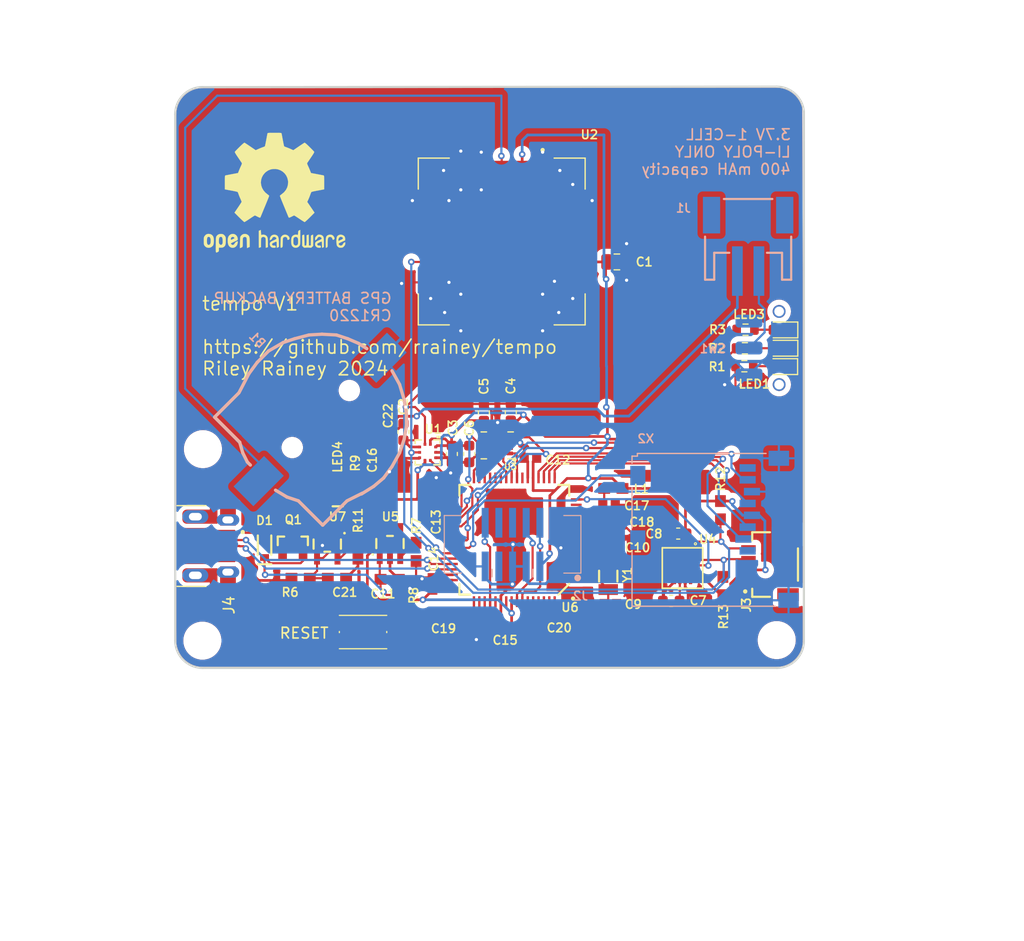
<source format=kicad_pcb>
(kicad_pcb (version 20240108) (generator "pcbnew") (generator_version "8.0")
  (layers (0 "F.Cu" signal) (31 "B.Cu" signal) (34 "B.Paste" user) (35 "F.Paste" user) (36 "B.SilkS" user "B.Silkscreen") (37 "F.SilkS" user "F.Silkscreen") (38 "B.Mask" user) (39 "F.Mask" user) (44 "Edge.Cuts" user))
  (property "DESIGNER" "Riley Rainey")
  (property "REV" "V1")
  (net 0 "")
  (net 1 "GND")
  (net 2 "3.3V")
  (net 3 "/XIN32")
  (net 4 "V_BATT")
  (net 5 "/SDA")
  (net 6 "/SCL")
  (net 7 "/D4")
  (net 8 "/D6")
  (net 9 "/XOUT32")
  (net 10 "/D10")
  (net 11 "/D11")
  (net 12 "/D12")
  (net 13 "/D13")
  (net 14 "/EN")
  (net 15 "/SCK")
  (net 16 "/A5")
  (net 17 "/A4")
  (net 18 "/A3")
  (net 19 "/A2")
  (net 20 "/A1")
  (net 21 "/A0")
  (net 22 "/~{RESET}")
  (net 23 "/VBACKUP")
  (net 33 "Net-(LED1-A)")
  (net 34 "Net-(LED2-A)")
  (net 35 "Net-(LED3-A)")
  (net 36 "Net-(U4-CAP)")
  (net 38 "Net-(SW1-B)")
  (net 46 "VIN")
  (net 47 "VDDA")
  (net 48 "VCC")
  (net 49 "V_USB")
  (net 50 "Net-(LED4-PadA)")
  (net 51 "Net-(U7-STAT)")
  (net 52 "/D5")
  (net 53 "/D9")
  (net 54 "/D+")
  (net 55 "/D-")
  (net 58 "/MOSI")
  (net 59 "/MISO")
  (net 60 "/D0")
  (net 61 "/D1")
  (net 62 "Net-(U7-PROG)")
  (net 63 "/FLASH_CS")
  (net 64 "/SWDIO")
  (net 65 "/SWDCLK")
  (net 71 "/FLASH_MOSI")
  (net 72 "/FLASH_SCK")
  (net 73 "/FLASH_MISO")
  (net 80 "/D7")
  (net 81 "/TXD")
  (net 82 "/RXD")
  (net 83 "/TXLED")
  (net 89 "/RXLED")
  (net 95 "unconnected-(X2-CARD_DETECT1-PadCD2)")
  (footprint "Capacitor_SMD:C_0603_1608Metric" (layer "F.Cu") (at 172.075 109.75 180)
    (property "Reference" "C7")
    (property "Value" "10uF" (hide yes))
  )
  (footprint "peakick:0603" (layer "F.Cu") (at 145.675 95.475 -90)
    (property "Reference" "C22")
    (property "Value" "4.7UF-0603-6.3V-(10%)")
  )
  (footprint "peakick:0603" (layer "F.Cu") (at 145.925 107.75)
    (property "Reference" "C11")
    (property "Value" "1.0UF-0603-16V-10%-X7R")
  )
  (footprint "Resistor_SMD:R_0603_1608Metric" (layer "F.Cu") (at 178.92 86.28)
    (property "Reference" "R2")
    (property "Value" "2.2K" (hide yes))
  )
  (footprint "peakick:SOT23-5" (layer "F.Cu") (at 145.95 104.425)
    (property "Reference" "U5")
    (property "Value" "SPX3819M5-L-3-3/TR")
  )
  (footprint "Resistor_SMD:R_0603_1608Metric" (layer "F.Cu") (at 178.87 87.94)
    (property "Reference" "R1")
    (property "Value" "2.2K")
  )
  (footprint "peakick:0402" (layer "F.Cu") (at 150.15 99.975 90)
    (property "Reference" "C13")
    (property "Value" "0.1UF-0402-16V-10%")
  )
  (footprint "peakick:JST04_1MM_RA" (layer "F.Cu") (at 179.25 106.375 90)
    (property "Reference" "J3")
    (property "Value" "QWIIC_CONNECTORJS-1MM")
  )
  (footprint "peakick:SOD-323" (layer "F.Cu") (at 134.3 104.575 90)
    (property "Reference" "D1")
    (property "Value" "1A/23V/620mV")
  )
  (footprint "peakick:0603" (layer "F.Cu") (at 166.7 99.3 180)
    (property "Reference" "L1")
    (property "Value" "220 Ω FERRITE")
  )
  (footprint "Capacitor_SMD:C_0805_2012Metric" (layer "F.Cu") (at 167.03 78.25)
    (property "Reference" "C1")
    (property "Value" "10uF")
  )
  (footprint "peakick:PQFN50P300X250X97-14N" (layer "F.Cu") (at 155.9125 95.3 180)
    (property "Reference" "U3")
    (property "Value" "ICM-42688-V" (hide yes))
  )
  (footprint "peakick:0603" (layer "F.Cu") (at 148.375 105.2 -90)
    (property "Reference" "R7")
    (property "Value" "10KOHM-0603-1/10W-1%")
  )
  (footprint "peakick:OSHW-Logo2_14.6x12mm_SilkScreen" (layer "F.Cu") (at 135.225 71.8)
    (property "Reference" "LOGO2" (hide yes))
    (property "Value" "OSHW-LOGOS" (hide yes))
  )
  (footprint "peakick:0603" (layer "F.Cu") (at 142.7 99.5 90)
    (property "Reference" "R9")
    (property "Value" "1K")
  )
  (footprint "peakick:STAND-OFF-TIGHT" (layer "F.Cu") (at 128.575 95.65)
    (property "Reference" "H1" (hide yes))
    (property "Value" "STAND-OFFTIGHT")
  )
  (footprint "peakick:0402" (layer "F.Cu") (at 166.425 110.025)
    (property "Reference" "C9")
    (property "Value" "15PF-0402-50V-5%")
  )
  (footprint "peakick:0603" (layer "F.Cu") (at 144.45 99.475 90)
    (property "Reference" "C16")
    (property "Value" "2.2UF-0603-10V-20%")
  )
  (footprint "peakick:0603" (layer "F.Cu") (at 176.875 108.375 -90)
    (property "Reference" "R13")
    (property "Value" "2.2KOHM-0603-1/10W-1%")
  )
  (footprint "peakick:CRYSTAL-SMD-3.2X1.5MM" (layer "F.Cu") (at 166.225 107.45 90)
    (property "Reference" "Y1")
    (property "Value" "32.768kHz")
  )
  (footprint "Capacitor_SMD:C_0603_1608Metric" (layer "F.Cu") (at 151.7 96.1 -90)
    (property "Reference" "C3")
    (property "Value" "100nF" (hide yes))
  )
  (footprint "Capacitor_SMD:C_0603_1608Metric" (layer "F.Cu") (at 153.3125 96.1 -90)
    (property "Reference" "C6")
    (property "Value" "2.2uF" (hide yes))
  )
  (footprint "Capacitor_SMD:C_0603_1608Metric" (layer "F.Cu") (at 172.725 103.5 180)
    (property "Reference" "C8")
    (property "Value" "10uF" (hide yes))
  )
  (footprint "peakick:0603" (layer "F.Cu") (at 142.975 104.975 90)
    (property "Reference" "R11")
    (property "Value" "2.0k")
  )
  (footprint "peakick:0603" (layer "F.Cu") (at 148.1 111.775 90)
    (property "Reference" "R8")
    (property "Value" "10KOHM-0603-1/10W-1%")
  )
  (footprint "peakick:0805" (layer "F.Cu") (at 166.6 102.525)
    (property "Reference" "C18")
    (property "Value" "10UF-0805-10V-10%")
  )
  (footprint "peakick:LED-0603" (layer "F.Cu") (at 141.1 99.375 -90)
    (property "Reference" "LED4")
    (property "Value" "Yellow")
  )
  (footprint "peakick:TQFP64" (layer "F.Cu") (at 157.5 104.075 90)
    (property "Reference" "U6")
    (property "Value" "ATSAMD51J20A-A")
  )
  (footprint "peakick:0402" (layer "F.Cu") (at 166.45 104.825)
    (property "Reference" "C10")
    (property "Value" "15PF-0402-50V-5%")
  )
  (footprint "Capacitor_SMD:C_0603_1608Metric" (layer "F.Cu") (at 154.675 92.225 90)
    (property "Reference" "C5")
    (property "Value" "10nF" (hide yes))
  )
  (footprint "peakick:0603" (layer "F.Cu") (at 141.025 107.65)
    (property "Reference" "C21")
    (property "Value" "4.7UF-0603-6.3V-(10%)")
  )
  (footprint "LED_SMD:LED_0603_1608Metric" (layer "F.Cu") (at 182.35 84.57 180)
    (property "Reference" "LED3")
    (property "Value" "LTST-S270KGKT" (hide yes))
  )
  (footprint "peakick:0603" (layer "F.Cu") (at 137.65 107.65)
    (property "Reference" "R6")
    (property "Value" "10KOHM-0603-1/10W-1%")
  )
  (footprint "peakick:LGA10_BMP390_BOS" (layer "F.Cu") (at 149.45 95.95)
    (property "Reference" "U1")
    (property "Value" "BMP390" (hide yes))
  )
  (footprint "LED_SMD:LED_0603_1608Metric" (layer "F.Cu") (at 182.33 87.98 180)
    (property "Reference" "LED1")
    (property "Value" "LTST-S270KGKT" (hide yes))
  )
  (footprint "peakick:CREATIVE_COMMONS" (layer "F.Cu") (at 133.43 115.05)
    (property "Reference" "FRAME1" (hide yes))
    (property "Value" "FRAME-LETTER" (hide yes))
  )
  (footprint "Resistor_SMD:R_0603_1608Metric" (layer "F.Cu") (at 178.98 84.55)
    (property "Reference" "R3")
    (property "Value" "2.2K" (hide yes))
  )
  (footprint "peakick:SOT23-5" (layer "F.Cu") (at 140.1245 104.475 180)
    (property "Reference" "U7")
    (property "Value" "MCP73831")
  )
  (footprint "peakick:STAND-OFF-TIGHT" (layer "F.Cu") (at 181.875 113.4)
    (property "Reference" "H3" (hide yes))
    (property "Value" "STAND-OFFTIGHT")
  )
  (footprint "Button_Switch_SMD:SW_Push_1P1T_NO_CK_KMR2" (layer "F.Cu") (at 143.45 112.65)
    (property "Reference" "S1" (hide yes))
    (property "Value" "RESET")
  )
  (footprint "peakick:0402" (layer "F.Cu") (at 156.675 112.2 180)
    (property "Reference" "C15")
    (property "Value" "0.1UF-0402-16V-10%")
  )
  (footprint "peakick:0402" (layer "F.Cu") (at 159.225 112.2)
    (property "Reference" "C20")
    (property "Value" "0.1UF-0402-16V-10%")
  )
  (footprint "peakick:0402" (layer "F.Cu") (at 159 96.475 180)
    (property "Reference" "C12")
    (property "Value" "0.1UF-0402-16V-10%")
  )
  (footprint "peakick:0603" (layer "F.Cu") (at 176.65 101.325 90)
    (property "Reference" "R12")
    (property "Value" "2.2KOHM-0603-1/10W-1%")
  )
  (footprint "Capacitor_SMD:C_0603_1608Metric" (layer "F.Cu") (at 147.2 94.05 -90)
    (property "Reference" "C2")
    (property "Value" "100nF" (hide yes))
  )
  (footprint "peakick:0402" (layer "F.Cu") (at 149.9 108.175 90)
    (property "Reference" "C14")
    (property "Value" "0.1UF-0402-16V-10%")
  )
  (footprint "peakick:SOT23-3@1" (layer "F.Cu") (at 136.925 104.475)
    (property "Reference" "Q1")
    (property "Value" "DMP3125L")
  )
  (footprint "peakick:0402" (layer "F.Cu") (at 166.3 100.85)
    (property "Reference" "C17")
    (property "Value" "0.1UF-0402-16V-10%")
  )
  (footprint "LED_SMD:LED_0603_1608Metric" (layer "F.Cu") (at 182.35 86.27 180)
    (property "Reference" "LED2" (hide yes))
    (property "Value" "LTST-S270KRKT" (hide yes))
  )
  (footprint "peakick:STAND-OFF-TIGHT" (layer "F.Cu") (at 128.525 113.45)
    (property "Reference" "H2" (hide yes))
    (property "Value" "STAND-OFFTIGHT")
  )
  (footprint "peakick:AMPHENOL_10103594-0001LF" (layer "F.Cu") (at 127.8725 104.65325 -90)
    (property "Reference" "J4")
    (property "Value" "10103594-0001LF" (hide yes))
  )
  (footprint "peakick:0603" (layer "F.Cu") (at 153.725 112.25 180)
    (property "Reference" "C19")
    (property "Value" "4.7UF-0603-6.3V-(10%)")
  )
  (footprint "peakick:MODULE_SAM-M8Q-0-10" (layer "F.Cu") (at 156.33 76.35 -90)
    (property "Reference" "U2")
    (property "Value" "SAM-M10Q" (hide yes))
  )
  (footprint "Capacitor_SMD:C_0603_1608Metric" (layer "F.Cu") (at 157.175 92.2 90)
    (property "Reference" "C4")
    (property "Value" "0.1uF" (hide yes))
  )
  (footprint "peakick:MMC5983MA_MEM" (layer "F.Cu") (at 173.125 106.7 -90)
    (property "Reference" "U4")
    (property "Value" "MMC5983MA" (hide yes))
  )
  (footprint "peakick:3221-10-0300-00-TR" (layer "B.Cu") (at 157.335 104.52 180)
    (property "Reference" "J2")
    (property "Value" "3221-10-0300-00-TR" (hide yes))
  )
  (footprint "peakick:JS102011SAQN" (layer "B.Cu") (at 179.3 86.25 -90)
    (property "Reference" "SW1")
    (property "Value" "JS102011SAQN" (hide yes))
  )
  (footprint "peakick:MICROSD" (layer "B.Cu") (at 168.535 96.1 -90)
    (property "Reference" "X2")
    (property "Value" "MEM2061-01-188-00-A")
  )
  (footprint "peakick:CR1220-2" (layer "B.Cu") (at 139.7 92.675 -135)
    (property "Reference" "B1")
    (property "Value" "CR1220")
  )
  (footprint "peakick:JSTPH2" (layer "B.Cu") (at 179.22 75.4 180)
    (property "Reference" "J1")
    (property "Value" "JSTPH" (hide yes))
  )
  (gr_arc (start 181.86 61.96) (mid 183.586817 62.634138) (end 184.4 64.3) (stroke (width 0.2032)) (layer "Edge.Cuts"))
  (gr_line (start 184.4 113.4436) (end 184.4 64.3) (stroke (width 0.2032)) (layer "Edge.Cuts"))
  (gr_arc (start 184.4 113.4436) (mid 183.676598 115.231136) (end 181.9011 115.9836) (stroke (width 0.2032)) (layer "Edge.Cuts"))
  (gr_arc (start 126 64.54) (mid 126.736981 62.746845) (end 128.526051 62) (stroke (width 0.2032)) (layer "Edge.Cuts"))
  (gr_line (start 181.86 61.96) (end 128.526051 62) (stroke (width 0.2)) (layer "Edge.Cuts"))
  (gr_line (start 128.5611 115.9836) (end 181.9011 115.9836) (stroke (width 0.2032)) (layer "Edge.Cuts"))
  (gr_arc (start 128.5611 115.9836) (mid 126.754499 115.244021) (end 126 113.4436) (stroke (width 0.2032)) (layer "Edge.Cuts"))
  (gr_line (start 126 113.4436) (end 126 64.54) (stroke (width 0.2)) (layer "Edge.Cuts"))
  (gr_text "GPS BATTERY BACKUP\nCR1220" (at 146.2 83.825 0) (layer "B.SilkS") (effects (font (size 1 1)) (justify left bottom mirror)))
  (gr_text "3.7V 1-CELL\nLI-POLY ONLY\n400 mAH capacity" (at 183.275 70.225 0) (layer "B.SilkS") (effects (font (size 1 1)) (justify left bottom mirror)))
  (gr_text "tempo V1\n\nhttps://github.com/rrainey/tempo\nRiley Rainey 2024" (at 128.4 88.9 0) (layer "F.SilkS") (effects (font (size 1.25 1.25)) (justify left bottom)))
  (segment (start 139.675 104.6) (end 140.1245 104.1505) (width 0.25) (layer "F.Cu") (net 1))
  (segment (start 151.75 100.325) (end 151.2 100.325) (width 0.25) (layer "F.Cu") (net 1))
  (segment (start 147.8 108.6) (end 147.625 108.6) (width 0.25) (layer "F.Cu") (net 1))
  (segment (start 183.1575 84.59) (end 183.1575 86.25) (width 0.25) (layer "F.Cu") (net 1))
  (segment (start 171.424998 108.925) (end 171.375 108.925) (width 0.25) (layer "F.Cu") (net 1))
  (segment (start 142.975 106.55) (end 141.875 107.65) (width 0.25) (layer "F.Cu") (net 1))
  (segment (start 155.9125 93.2125) (end 155.95 93.175) (width 0.25) (layer "F.Cu") (net 1))
  (segment (start 150.775 95.95) (end 151.7 96.875) (width 0.25) (layer "F.Cu") (net 1))
  (segment (start 155.95 93.175) (end 155.95 92.725) (width 0.25) (layer "F.Cu") (net 1))
  (segment (start 154.675 91.45) (end 155.4125 92.1875) (width 0.25) (layer "F.Cu") (net 1))
  (segment (start 149.9 107.595) (end 149.03 107.595) (width 0.25) (layer "F.Cu") (net 1))
  (segment (start 145.9 97.75) (end 145.325 97.75) (width 0.25) (layer "F.Cu") (net 1))
  (segment (start 157.325 108.2) (end 156.25 109.275) (width 0.25) (layer "F.Cu") (net 1))
  (segment (start 153.9516 113.3266) (end 152.875 112.25) (width 0.25) (layer "F.Cu") (net 1))
  (segment (start 173.375 108.453599) (end 173.375 107.974999) (width 0.25) (layer "F.Cu") (net 1))
  (segment (start 147.2 94.825) (end 147.2 96.502574) (width 0.25) (layer "F.Cu") (net 1))
  (segment (start 131.85325 105.95325) (end 130.6975 105.95325) (width 0.25) (layer "F.Cu") (net 1))
  (segment (start 183.1375 84.57) (end 183.1575 84.59) (width 0.25) (layer "F.Cu") (net 1))
  (segment (start 171.375 109.675) (end 171.3 109.75) (width 0.25) (layer "F.Cu") (net 1))
  (segment (start 151.7 97.75) (end 151.5875 97.8625) (width 0.25) (layer "F.Cu") (net 1))
  (segment (start 142.975 105.825) (end 142.975 106.55) (width 0.25) (layer "F.Cu") (net 1))
  (segment (start 156.25 112.045) (end 156.095 112.2) (width 0.25) (layer "F.Cu") (net 1))
  (segment (start 171.3 109.75) (end 172.0016 110.4516) (width 0.25) (layer "F.Cu") (net 1))
  (segment (start 183.1175 86.29) (end 183.1375 86.27) (width 0.25) (layer "F.Cu") (net 1))
  (segment (start 148.7007 95.449874) (end 147.824874 95.449874) (width 0.25) (layer "F.Cu") (net 1))
  (segment (start 136.5984 107.8516) (end 133.7516 107.8516) (width 0.25) (layer "F.Cu") (net 1))
  (segment (start 153.3125 96.875) (end 151.7 96.875) (width 0.25) (layer "F.Cu") (net 1))
  (segment (start 169.3 100.85) (end 171.95 103.5) (width 0.25) (layer "F.Cu") (net 1))
  (segment (start 158.42 96.475) (end 158.75 96.805) (width 0.25) (layer "F.Cu") (net 1))
  (segment (start 150.85 96.45) (end 150.849874 96.450126) (width 0.25) (layer "F.Cu") (net 1))
  (segment (start 166.88 100.85) (end 169.3 100.85) (width 0.25) (layer "F.Cu") (net 1))
  (segment (start 147.625 108.6) (end 146.775 107.75) (width 0.25) (layer "F.Cu") (net 1))
  (segment (start 148.7007 96.450126) (end 148.648252 96.502574) (width 0.25) (layer "F.Cu") (net 1))
  (segment (start 156.25 109.825) (end 156.25 112.045) (width 0.25) (layer "F.Cu") (net 1))
  (segment (start 155.4125 92.1875) (end 155.4125 94.385) (width 0.25) (layer "F.Cu") (net 1))
  (segment (start 154.1375 96.05) (end 153.3125 96.875) (width 0.25) (layer "F.Cu") (net 1))
  (segment (start 163.25 104.825) (end 161.825 104.825) (width 0.25) (layer "F.Cu") (net 1))
  (segment (start 155.95 92.725) (end 155.4125 92.1875) (width 0.25) (layer "F.Cu") (net 1))
  (segment (start 150.17 107.325) (end 149.9 107.595) (width 0.25) (layer "F.Cu") (net 1))
  (segment (start 145.852574 96.502574) (end 145.675 96.325) (width 0.25) (layer "F.Cu") (net 1))
  (segment (start 156.25 109.275) (end 156.25 109.825) (width 0.25) (layer "F.Cu") (net 1))
  (segment (start 147.824874 95.449874) (end 147.2 94.825) (width 0.25) (layer "F.Cu") (net 1))
  (segment (start 172.374999 107.974999) (end 171.424998 108.925) (width 0.25) (layer "F.Cu") (net 1))
  (segment (start 153.975 113.35) (end 153.9516 113.3266) (width 0.25) (layer "F.Cu") (net 1))
  (segment (start 173.262059 110.4516) (end 173.65 110.063659) (width 0.25) (layer "F.Cu") (net 1))
  (segment (start 145.325 97.75) (end 144.45 98.625) (width 0.25) (layer "F.Cu") (net 1))
  (segment (start 151.75 107.325) (end 150.17 107.325) (width 0.25) (layer "F.Cu") (net 1))
  (segment (start 151.7 96.875) (end 151.7 97.75) (width 0.25) (layer "F.Cu") (net 1))
  (segment (start 133.7516 107.8516) (end 131.85325 105.95325) (width 0.25) (layer "F.Cu") (net 1))
  (segment (start 158.42 96.475) (end 158.42 95.445) (width 0.25) (layer "F.Cu") (net 1))
  (segment (start 159.805 112.2) (end 159.805 112.9) (width 0.25) (layer "F.Cu") (net 1))
  (segment (start 150.15 99.395) (end 150.15 98.4) (width 0.25) (layer "F.Cu") (net 1))
  (segment (start 159.3784 113.3266) (end 153.975 113.35) (width 0.25) (layer "F.Cu") (net 1))
  (segment (start 147.2 96.502574) (end 145.852574 96.502574) (width 0.25) (layer "F.Cu") (net 1))
  (segment (start 173.65 108.728599) (end 173.375 108.453599) (width 0.25) (layer "F.Cu") (net 1))
  (segment (start 146.775 107.75) (end 145.95 106.925) (width 0.25) (layer "F.Cu") (net 1))
  (segment (start 140.1245 104.1505) (end 140.1245 103.1749) (width 0.25) (layer "F.Cu") (net 1))
  (segment (start 154.7475 96.05) (end 154.1375 96.05) (width 0.25) (layer "F.Cu") (net 1))
  (segment (start 183.1575 86.25) (end 183.1375 86.27) (width 0.25) (layer "F.Cu") (net 1))
  (segment (start 159.805 112.9) (end 159.3784 113.3266) (width 0.25) (layer "F.Cu") (net 1))
  (segment (start 151.2 100.325) (end 150.27 99.395) (width 0.25) (layer "F.Cu") (net 1))
  (segment (start 151.7 96.875) (end 151.275 96.45) (width 0.25) (layer "F.Cu") (net 1))
  (segment (start 150.1993 95.95) (end 150.775 95.95) (width 0.25) (layer "F.Cu") (net 1))
  (segment (start 158.42 95.445) (end 158.033168 95.058168) (width 0.25) (layer "F.Cu") (net 1))
  (segment (start 151.275 96.45) (end 150.85 96.45) (width 0.25) (layer "F.Cu") (net 1))
  (segment (start 173.65 110.063659) (end 173.65 108.728599) (width 0.25) (layer "F.Cu") (net 1))
  (segment (start 150.15 98.4) (end 150.25 98.3) (width 0.25) (layer "F.Cu") (net 1))
  (segment (start 150.27 99.395) (end 150.15 99.395) (width 0.25) (layer "F.Cu") (net 1))
  (segment (start 148.648252 96.502574) (end 147.2 96.502574) (width 0.25) (layer "F.Cu") (net 1))
  (segment (start 171.375 108.925) (end 171.375 109.675) (width 0.25) (layer "F.Cu") (net 1))
  (segment (start 136.8 107.65) (end 136.5984 107.8516) (width 0.25) (layer "F.Cu") (net 1))
  (segment (start 158.75 96.805) (end 158.75 98.325) (width 0.25) (layer "F.Cu") (net 1))
  (segment (start 155.9125 94.385) (end 155.9125 93.2125) (width 0.25) (layer "F.Cu") (net 1))
  (segment (start 183.1175 87.98) (end 183.1175 86.29) (width 0.25) (layer "F.Cu") (net 1))
  (segment (start 150.849874 96.450126) (end 150.1993 96.450126) (width 0.25) (layer "F.Cu") (net 1))
  (segment (start 172.0016 110.4516) (end 173.262059 110.4516) (width 0.25) (layer "F.Cu") (net 1))
  (segment (start 149.03 107.595) (end 148.925 107.7) (width 0.25) (layer "F.Cu") (net 1))
  (segment (start 145.95 106.925) (end 145.95 105.7251) (width 0.25) (layer "F.Cu") (net 1))
  (via (at 160.13 68.05) (size 0.6) (drill 0.3) (layers "F.Cu" "B.Cu") (net 1))
  (via (at 157.375 104.5) (size 0.6) (drill 0.3) (layers "F.Cu" "B.Cu") (net 1))
  (via (at 164.73 72.55) (size 0.6) (drill 0.3) (layers "F.Cu" "B.Cu") (net 1))
  (via (at 161.63 82.95) (size 0.6) (drill 0.3) (layers "F.Cu" "B.Cu") (net 1))
  (via (at 151.5875 97.8625) (size 0.6) (drill 0.3) (layers "F.Cu" "B.Cu") (net 1))
  (via (at 167.93 76.55) (size 0.6) (drill 0.3) (layers "F.Cu" "B.Cu") (net 1))
  (via blind (at 161.825 104.825) (size 0.6) (drill 0.3) (layers "F.Cu" "B.Cu") (net 1))
  (via (at 139.675 104.6) (size 0.6) (drill 0.3) (layers "F.Cu" "B.Cu") (net 1))
  (via (at 152.53 81.25) (size 0.6) (drill 0.3) (layers "F.Cu" "B.Cu") (net 1))
  (via (at 162.93 81.65) (size 0.6) (drill 0.3) (layers "F.Cu" "B.Cu") (net 1))
  (via (at 152.53 71.55) (size 0.6) (drill 0.3) (layers "F.Cu" "B.Cu") (net 1))
  (via (at 160.13 81.25) (size 0.6) (drill 0.3) (layers "F.Cu" "B.Cu") (net 1))
  (via (at 154.43 68.05) (size 0.6) (drill 0.3) (layers "F.Cu" "B.Cu") (net 1))
  (via (at 149.73 81.65) (size 0.6) (drill 0.3) (layers "F.Cu" "B.Cu") (net 1))
  (via (at 157.325 108.2) (size 0.6) (drill 0.3) (layers "F.Cu" "B.Cu") (net 1))
  (via (at 151.03 82.95) (size 0.6) (drill 0.3) (layers "F.Cu" "B.Cu") (net 1))
  (via (at 152.53 67.95) (size 0.6) (drill 0.3) (layers "F.Cu" "B.Cu") (net 1))
  (via (at 160.13 84.65) (size 0.6) (drill 0.3) (layers "F.Cu" "B.Cu") (net 1))
  (via (at 152.53 84.65) (size 0.6) (drill 0.3) (layers "F.Cu" "B.Cu") (net 1))
  (via (at 151.43 80.15) (size 0.6) (drill 0.3) (layers "F.Cu" "B.Cu") (net 1))
  (via (at 151.43 72.55) (size 0.6) (drill 0.3) (layers "F.Cu" "B.Cu") (net 1))
  (via (at 153.975 113.35) (size 0.6) (drill 0.3) (layers "F.Cu" "B.Cu") (net 1))
  (via (at 155.95 93.175) (size 0.6) (drill 0.3) (layers "F.Cu" "B.Cu") (net 1))
  (via (at 162.93 71.05) (size 0.6) (drill 0.3) (layers "F.Cu" "B.Cu") (net 1))
  (via (at 148.925 107.7) (size 0.6) (drill 0.3) (layers "F.Cu" "B.Cu") (net 1))
  (via (at 177.04 89.66) (size 0.6) (drill 0.3) (layers "F.Cu" "B.Cu") (net 1))
  (via (at 161.73 69.75) (size 0.6) (drill 0.3) (layers "F.Cu" "B.Cu") (net 1))
  (via (at 145.9 97.75) (size 0.6) (drill 0.3) (layers "F.Cu" "B.Cu") (net 1))
  (via (at 147.03 80.25) (size 0.6) (drill 0.3) (layers "F.Cu" "B.Cu") (net 1))
  (via (at 167.93 79.95) (size 0.6) (drill 0.3) (layers "F.Cu" "B.Cu") (net 1))
  (via (at 148.03 72.55) (size 0.6) (drill 0.3) (layers "F.Cu" "B.Cu") (net 1))
  (via (at 147.8 108.6) (size 0.6) (drill 0.3) (layers "F.Cu" "B.Cu") (net 1))
  (via (at 150.93 69.75) (size 0.6) (drill 0.3) (layers "F.Cu" "B.Cu") (net 1))
  (via (at 161.23 80.05) (size 0.6) (drill 0.3) (layers "F.Cu" "B.Cu") (net 1))
  (via (at 154.43 71.55) (size 0.6) (drill 0.3) (layers "F.Cu" "B.Cu") (net 1))
  (via (at 150.25 98.3) (size 0.6) (drill 0.3) (layers "F.Cu" "B.Cu") (net 1))
  (via (at 158.033168 95.058168) (size 0.6) (drill 0.3) (layers "F.Cu" "B.Cu") (net 1))
  (segment (start 158.605 106.55) (end 157.335 106.55) (width 0.25) (layer "B.Cu") (net 1))
  (segment (start 177.95 88.75) (end 177.04 89.66) (width 0.25) (layer "B.Cu") (net 1))
  (segment (start 151.15 98.3) (end 151.5875 97.8625) (width 0.25) (layer "B.Cu") (net 1))
  (segment (start 161.825 106.7582) (end 160.4266 108.1566) (width 0.25) (layer "B.Cu") (net 1))
  (segment (start 179.3 88.75) (end 179.3 88.73) (width 0.25) (layer "B.Cu") (net 1))
  (segment (start 151.6 97.875) (end 151.5875 97.8625) (width 0.25) (layer "B.Cu") (net 1))
  (segment (start 157.325 108.2) (end 157.335 108.19) (width 0.25) (layer "B.Cu") (net 1))
  (segment (start 160.4266 108.1566) (end 158.8816 108.1566) (width 0.25) (layer "B.Cu") (net 1))
  (segment (start 157.335 108.19) (end 157.335 106.55) (width 0.25) (layer "B.Cu") (net 1))
  (segment (start 179.3 88.75) (end 177.95 88.75) (width 0.25) (layer "B.Cu") (net 1))
  (segment (start 147.03 85.302573) (end 145.173006 87.159567) (width 0.25) (layer "B.Cu") (net 1))
  (segment (start 154.795 107.605) (end 154.795 106.55) (width 0.25) (layer "B.Cu") (net 1))
  (segment (start 158.605 107.88) (end 158.605 106.55) (width 0.25) (layer "B.Cu") (net 1))
  (segment (start 156.15 93.175) (end 158.033168 95.058168) (width 0.25) (layer "B.Cu") (net 1))
  (segment (start 151.675 97.775) (end 151.5875 97.8625) (width 0.25) (layer "B.Cu") (net 1))
  (segment (start 155.39 108.2) (end 154.795 107.605) (width 0.25) (layer "B.Cu") (net 1))
  (segment (start 158.8816 108.1566) (end 158.605 107.88) (width 0.25) (layer "B.Cu") (net 1))
  (segment (start 150.25 98.3) (end 151.15 98.3) (width 0.25) (layer "B.Cu") (net 1))
  (segment (start 147.03 80.25) (end 147.03 85.302573) (width 0.25) (layer "B.Cu") (net 1))
  (segment (start 161.825 104.825) (end 161.825 106.7582) (width 0.25) (layer "B.Cu") (net 1))
  (segment (start 157.325 108.2) (end 155.39 108.2) (width 0.25) (layer "B.Cu") (net 1))
  (segment (start 155.95 93.175) (end 156.15 93.175) (width 0.25) (layer "B.Cu") (net 1))
  (segment (start 165.98 79.8) (end 166.03 79.85) (width 0.2) (layer "F.Cu") (net 2))
  (segment (start 149.005 109.65) (end 148.075 109.65) (width 0.25) (layer "F.Cu") (net 2))
  (segment (start 178.155 84.55) (end 176 86.705) (width 0.25) (layer "F.Cu") (net 2))
  (segment (start 151.075 94.7) (end 151.7 95.325) (width 0.25) (layer "F.Cu") (net 2))
  (segment (start 173.375 103.625) (end 173.5 103.5) (width 0.25) (layer "F.Cu") (net 2))
  (segment (start 148.525 97.6) (end 149.199937 96.925063) (width 0.25) (layer "F.Cu") (net 2))
  (segment (start 160.8 99.975) (end 160.8 104.95) (width 0.25) (layer "F.Cu") (net 2))
  (segment (start 153.3125 95.325) (end 151.7 95.325) (width 0.25) (layer "F.Cu") (net 2))
  (segment (start 159.25 96.805) (end 159.25 98.325) (width 0.25) (layer "F.Cu") (net 2))
  (segment (start 151.675 94.35) (end 151.675 95.3) (width 0.25) (layer "F.Cu") (net 2))
  (segment (start 143.55 97.825) (end 144.125 97.25) (width 0.25) (layer "F.Cu") (net 2))
  (segment (start 151.7 95.325) (end 150.324174 95.325) (width 0.25) (layer "F.Cu") (net 2))
  (segment (start 160.8 104.95) (end 160.8 105.325) (width 0.25) (layer "F.Cu") (net 2))
  (segment (start 177.6016 108.4984) (end 176.875 109.225) (width 0.25) (layer "F.Cu") (net 2))
  (segment (start 176 86.705) (end 176 91.026592) (width 0.25) (layer "F.Cu") (net 2))
  (segment (start 172.374999 104.675001) (end 172.374999 105.425001) (width 0.25) (layer "F.Cu") (net 2))
  (segment (start 176.7 109.225) (end 174.925001 107.450001) (width 0.25) (layer "F.Cu") (net 2))
  (segment (start 154.7475 94.55) (end 154.7475 93.0725) (width 0.25) (layer "F.Cu") (net 2))
  (segment (start 145 102.4) (end 144.45 101.85) (width 0.25) (layer "F.Cu") (net 2))
  (segment (start 144.275 100.325) (end 143.55 99.6) (width 0.25) (layer "F.Cu") (net 2))
  (segment (start 164.375 98.35) (end 164.35 98.375) (width 0.25) (layer "F.Cu") (net 2))
  (segment (start 148.4 100.325) (end 149.92 100.325) (width 0.25) (layer "F.Cu") (net 2))
  (segment (start 154.675 93) (end 153.1 93) (width 0.25) (layer "F.Cu") (net 2))
  (segment (start 176 91.026592) (end 172.305392 94.7212) (width 0.25) (layer "F.Cu") (net 2))
  (segment (start 153.1 93) (end 151.75 94.35) (width 0.25) (layer "F.Cu") (net 2))
  (segment (start 173.375 104.6) (end 172.45 104.6) (width 0.25) (layer "F.Cu") (net 2))
  (segment (start 156.6775 93.6225) (end 157.175 93.6225) (width 0.25) (layer "F.Cu") (net 2))
  (segment (start 166.05 91.75) (end 166.15 91.85) (width 0.25) (layer "F.Cu") (net 2))
  (segment (start 173.4 100.475) (end 173.4 103.4) (width 0.25) (layer "F.Cu") (net 2))
  (segment (start 158.23 69.75) (end 158.23 68.25) (width 0.25) (layer "F.Cu") (net 2))
  (segment (start 166.15 91.85) (end 166.15 94.475) (width 0.25) (layer "F.Cu") (net 2))
  (segment (start 150.324174 95.325) (end 150.1993 95.449874) (width 0.25) (layer "F.Cu") (net 2))
  (segment (start 160.3739 94.475) (end 158.35 92.4511) (width 0.25) (layer "F.Cu") (net 2))
  (segment (start 177.6016 108.1484) (end 177.6016 108.4984) (width 0.25) (layer "F.Cu") (net 2))
  (segment (start 148.1 110.925) (end 148.1 109.675) (width 0.25) (layer "F.Cu") (net 2))
  (segment (start 145.0218 95.475) (end 146.375 95.475) (width 0.25) (layer "F.Cu") (net 2))
  (segment (start 151.15 107.825) (end 150.22 108.755) (width 0.25) (layer "F.Cu") (net 2))
  (segment (start 159.25 98.325) (end 159.25 99.5) (width 0.25) (layer "F.Cu") (net 2))
  (segment (start 146.4016 94.0734) (end 147.2 93.275) (width 0.25) (layer "F.Cu") (net 2))
  (segment (start 148.525 97.6) (end 148.525 100.2) (width 0.25) (layer "F.Cu") (net 2))
  (segment (start 150.42 100.825) (end 150.15 100.555) (width 0.25) (layer "F.Cu") (net 2))
  (segment (start 149.700063 95.2007) (end 149.700063 94.824937) (width 0.25) (layer "F.Cu") (net 2))
  (segment (start 156.4125 93.9125) (end 156.4 93.9) (width 0.25) (layer "F.Cu") (net 2))
  (segment (start 144.125 97.25) (end 144.125 96.3718) (width 0.25) (layer "F.Cu") (net 2))
  (segment (start 143.55 99.6) (end 143.55 97.825) (width 0.25) (layer "F.Cu") (net 2))
  (segment (start 179.25 106.875) (end 178.875 106.875) (width 0.25) (layer "F.Cu") (net 2))
  (segment (start 143.85 108.55) (end 143.85 105.5469) (width 0.25) (layer "F.Cu") (net 2))
  (segment (start 151.75 107.825) (end 151.15 107.825) (width 0.25) (layer "F.Cu") (net 2))
  (segment (start 180.825 106.875) (end 179.25 106.875) (width 0.25) (layer "F.Cu") (net 2))
  (segment (start 157.25 111.075) (end 157.25 110.8989) (width 0.25) (layer "F.Cu") (net 2))
  (segment (start 176.875 109.225) (end 176.7 109.225) (width 0.25) (layer "F.Cu") (net 2))
  (segment (start 167.55 99.3) (end 172.225 99.3) (width 0.25) (layer "F.Cu") (net 2))
  (segment (start 172.225 99.3) (end 173.4 100.475) (width 0.25) (layer "F.Cu") (net 2))
  (segment (start 165.88 78.25) (end 165.98 78.35) (width 0.2) (layer "F.Cu") (net 2))
  (segment (start 144.45 101.85) (end 144.45 100.325) (width 0.25) (layer "F.Cu") (net 2))
  (segment (start 146.375 95.475) (end 146.4016 95.4484) (width 0.25) (layer "F.Cu") (net 2))
  (segment (start 173.4 100.475) (end 176.65 100.475) (width 0.25) (layer "F.Cu") (net 2))
  (segment (start 173.375 105.425001) (end 173.375 104.6) (width 0.25) (layer "F.Cu") (net 2))
  (segment (start 148.075 109.65) (end 144.95 109.65) (width 0.25) (layer "F.Cu") (net 2))
  (segment (start 172.45 104.6) (end 172.374999 104.675001) (width 0.25) (layer "F.Cu") (net 2))
  (segment (start 151.675 95.3) (end 151.7 95.325) (width 0.25) (layer "F.Cu") (net 2))
  (segment (start 172.305392 94.7212) (end 166.3962 94.7212) (width 0.25) (layer "F.Cu") (net 2))
  (segment (start 149.199937 96.925063) (end 149.199937 96.6993) (width 0.25) (layer "F.Cu") (net 2))
  (segment (start 149.700063 94.824937) (end 149.825 94.7) (width 0.25) (layer "F.Cu") (net 2))
  (segment (start 144.45 100.325) (end 148.1 100.325) (width 0.25) (layer "F.Cu") (net 2))
  (segment (start 164.4 98.375) (end 164.375 98.35) (width 0.25) (layer "F.Cu") (net 2))
  (segment (start 144.125 96.3718) (end 145.0218 95.475) (width 0.25) (layer "F.Cu") (net 2))
  (segment (start 156.4 93.9) (end 156.6775 93.6225) (width 0.25) (layer "F.Cu") (net 2))
  (segment (start 177.75 100.5) (end 177.725 100.475) (width 0.25) (layer "F.Cu") (net 2))
  (segment (start 162.93 78.25) (end 165.88 78.25) (width 0.25) (layer "F.Cu") (net 2))
  (segment (start 160.8 105.325) (end 160.775 105.35) (width 0.25) (layer "F.Cu") (net 2))
  (segment (start 157.25 112.195) (end 157.255 112.2) (width 0.25) (layer "F.Cu") (net 2))
  (segment (start 157.8261 92.975) (end 157.175 92.975) (width 0.25) (layer "F.Cu") (net 2))
  (segment (start 150.22 108.755) (end 149.9 108.755) (width 0.25) (layer "F.Cu") (net 2))
  (segment (start 166.625 98.375) (end 164.4 98.375) (width 0.25) (layer "F.Cu") (net 2))
  (segment (start 177.725 100.475) (end 176.65 100.475) (width 0.25) (layer "F.Cu") (net 2))
  (segment (start 148.4 100.325) (end 148.1 100.325) (width 0.25) (layer "F.Cu") (net 2))
  (segment (start 145 103.1249) (end 145 102.4) (width 0.25) (layer "F.Cu") (net 2))
  (segment (start 151.75 94.35) (end 151.675 94.35) (width 0.25) (layer "F.Cu") (net 2))
  (segment (start 154.7475 93.0725) (end 154.675 93) (width 0.25) (layer "F.Cu") (net 2))
  (segment (start 161.275 99.5) (end 159.25 99.5) (width 0.25) (layer "F.Cu") (net 2))
  (segment (start 174.925001 107.450001) (end 174.399999 107.450001) (width 0.25) (layer "F.Cu") (net 2))
  (segment (start 144.45 100.325) (end 144.275 100.325) (width 0.25) (layer "F.Cu") (net 2))
  (segment (start 165.98 78.35) (end 165.98 79.8) (width 0.25) (layer "F.Cu") (net 2))
  (segment (start 178.875 106.875) (end 177.6016 108.1484) (width 0.25) (layer "F.Cu") (net 2))
  (segment (start 161.275 99.5) (end 160.8 99.975) (width 0.25) (layer "F.Cu") (net 2))
  (segment (start 173.375 104.6) (end 173.375 103.625) (width 0.25) (layer "F.Cu") (net 2))
  (segment (start 166.15 94.475) (end 160.3739 94.475) (width 0.25) (layer "F.Cu") (net 2))
  (segment (start 143.85 105.5469) (end 145 104.3969) (width 0.25) (layer "F.Cu") (net 2))
  (segment (start 146.4016 95.4484) (end 146.4016 94.0734) (width 0.25) (layer "F.Cu") (net 2))
  (segment (start 149.825 94.7) (end 151.075 94.7) (width 0.25) (layer "F.Cu") (net 2))
  (segment (start 157.25 109.825) (end 157.25 111.075) (width 0.25) (layer "F.Cu") (net 2))
  (segment (start 159.58 96.475) (end 159.25 96.805) (width 0.25) (layer "F.Cu") (net 2))
  (segment (start 164.35 98.375) (end 162.4 98.375) (width 0.25) (layer "F.Cu") (net 2))
  (segment (start 148.525 100.2) (end 148.4 100.325) (width 0.25) (layer "F.Cu") (net 2))
  (segment (start 149.92 100.325) (end 150.15 100.555) (width 0.25) (layer "F.Cu") (net 2))
  (segment (start 157.25 111.075) (end 157.25 112.195) (width 0.25) (layer "F.Cu") (net 2))
  (segment (start 158.35 92.4511) (end 157.8261 92.975) (width 0.25) (layer "F.Cu") (net 2))
  (segment (start 148.1 109.675) (end 148.075 109.65) (width 0.25) (layer "F.Cu") (net 2))
  (segment (start 162.4 98.375) (end 161.275 99.5) (width 0.25) (layer "F.Cu") (net 2))
  (segment (start 167.55 99.3) (end 166.625 98.375) (width 0.25) (layer "F.Cu") (net 2))
  (segment (start 144.95 109.65) (end 143.85 108.55) (width 0.25) (layer "F.Cu") (net 2))
  (segment (start 157.175 92.975) (end 157.175 93.6225) (width 0.25) (layer "F.Cu") (net 2))
  (segment (start 145 104.3969) (end 145 103.1249) (width 0.25) (layer "F.Cu") (net 2))
  (segment (start 166.3962 94.7212) (end 166.15 94.475) (width 0.25) (layer "F.Cu") (net 2))
  (segment (start 149.9 108.755) (end 149.005 109.65) (width 0.25) (layer "F.Cu") (net 2))
  (segment (start 151.75 100.825) (end 150.42 100.825) (width 0.25) (layer "F.Cu") (net 2))
  (segment (start 173.4 103.4) (end 173.5 103.5) (width 0.25) (layer "F.Cu") (net 2))
  (segment (start 156.4125 94.385) (end 156.4125 93.9125) (width 0.25) (layer "F.Cu") (net 2))
  (via (at 157.25 110.8989) (size 0.6) (drill 0.3) (layers "F.Cu" "B.Cu") (net 2))
  (via (at 166.15 94.475) (size 0.6) (drill 0.3) (layers "F.Cu" "B.Cu") (net 2))
  (via (at 166.05 91.75) (size 0.6) (drill 0.3) (layers "F.Cu" "B.Cu") (net 2))
  (via (at 177.75 100.5) (size 0.6) (drill 0.3) (layers "F.Cu" "B.Cu") (net 2))
  (via (at 158.23 68.25) (size 0.6) (drill 0.3) (layers "F.Cu" "B.Cu") (net 2))
  (via (at 158.35 92.4511) (size 0.6) (drill 0.3) (layers "F.Cu" "B.Cu") (net 2))
  (via (at 180.825 106.875) (size 0.6) (drill 0.3) (layers "F.Cu" "B.Cu") (net 2))
  (via (at 148.525 97.6) (size 0.6) (drill 0.3) (layers "F.Cu" "B.Cu") (net 2))
  (via (at 166.03 79.85) (size 0.6) (drill 0.3) (layers "F.Cu" "B.Cu") (net 2))
  (via (at 160.775 105.35) (size 0.6) (drill 0.3) (layers "F.Cu" "B.Cu") (net 2))
  (via (at 164.375 98.35) (size 0.6) (drill 0.3) (layers "F.Cu" "B.Cu") (net 2))
  (via (at 149.005 109.65) (size 0.6) (drill 0.3) (layers "F.Cu" "B.Cu") (net 2))
  (via (at 151.675 94.35) (size 0.6) (drill 0.3) (layers "F.Cu" "B.Cu") (net 2))
  (segment (start 166.05 79.87) (end 166.03 79.85) (width 0.25) (layer "B.Cu") (net 2))
  (segment (start 150.975 94.35) (end 151.675 94.35) (width 0.25) (layer "B.Cu") (net 2))
  (segment (start 180.775 106.825) (end 180.825 106.875) (width 0.25) (layer "B.Cu") (net 2))
  (segment (start 149.025 97.1) (end 150.725 97.1) (width 0.25) (layer "B.Cu") (net 2))
  (segment (start 166.05 87.92) (end 166.05 79.87) (width 0.25) (layer "B.Cu") (net 2))
  (segment (start 165.83 79.65) (end 166.03 79.85) (width 0.25) (layer "B.Cu") (net 2))
  (segment (start 150.725 97.1) (end 150.725 94.6) (width 0.25) (layer "B.Cu") (net 2))
  (segment (start 158.23 68.25) (end 158.23 66.95) (width 0.25) (layer "B.Cu") (net 2))
  (segment (start 158.35 92.4511) (end 158.1755 92.2766) (width 0.25) (layer "B.Cu") (net 2))
  (segment (start 166.15 94.475) (end 166.15 95.2) (width 0.25) (layer "B.Cu") (net 2))
  (segment (start 158.23 66.95) (end 158.73 66.45) (width 0.25) (layer "B.Cu") (net 2))
  (segment (start 158.1755 92.2766) (end 153.7484 92.2766) (width 0.25) (layer "B.Cu") (net 2))
  (segment (start 150.725 94.6) (end 150.975 94.35) (width 0.25) (layer "B.Cu") (net 2))
  (segment (start 148.525 97.6) (end 149.025 97.1) (width 0.25) (layer "B.Cu") (net 2))
  (segment (start 166.15 95.2) (end 164.375 96.975) (width 0.25) (layer "B.Cu") (net 2))
  (segment (start 156.0011 109.65) (end 149.005 109.65) (width 0.25) (layer "B.Cu") (net 2))
  (segment (start 158.73 66.45) (end 165.83 66.45) (width 0.25) (layer "B.Cu") (net 2))
  (segment (start 166.075 87.945) (end 166.05 87.92) (width 0.25) (layer "B.Cu") (net 2))
  (segment (start 160.775 105.35) (end 160.775 105.65) (width 0.25) (layer "B.Cu") (net 2))
  (segment (start 157.25 110.8989) (end 156.0011 109.65) (width 0.25) (layer "B.Cu") (net 2))
  (segment (start 177.75 100.5) (end 177.75 100.8282) (width 0.25) (layer "B.Cu") (net 2))
  (segment (start 165.83 66.45) (end 165.83 79.65) (width 0.25) (layer "B.Cu") (net 2))
  (segment (start 166.075 91.725) (end 166.075 87.945) (width 0.25) (layer "B.Cu") (net 2))
  (segment (start 180.25 101.8) (end 180.775 102.325) (width 0.25) (layer "B.Cu") (net 2))
  (segment (start 153.7484 92.2766) (end 151.675 94.35) (width 0.25) (layer "B.Cu") (net 2))
  (segment (start 180.775 102.325) (end 180.775 106.825) (width 0.25) (layer "B.Cu") (net 2))
  (segment (start 164.375 96.975) (end 164.375 98.35) (width 0.25) (layer "B.Cu") (net 2))
  (segment (start 160.775 105.65) (end 159.875 106.55) (width 0.25) (layer "B.Cu") (net 2))
  (segment (start 177.75 100.8282) (end 178.7218 101.8) (width 0.25) (layer "B.Cu") (net 2))
  (segment (start 178.7218 101.8) (end 179.575 101.8) (width 0.25) (layer "B.Cu") (net 2))
  (segment (start 179.575 101.8) (end 180.25 101.8) (width 0.25) (layer "B.Cu") (net 2))
  (segment (start 166.05 91.75) (end 166.075 91.725) (width 0.25) (layer "B.Cu") (net 2))
  (segment (start 166.225 108.7) (end 165.35 107.825) (width 0.2) (layer "F.Cu") (net 3))
  (segment (start 166.225 108.7) (end 166.225 109.645) (width 0.2) (layer "F.Cu") (net 3))
  (segment (start 166.225 109.645) (end 165.845 110.025) (width 0.2) (layer "F.Cu") (net 3))
  (segment (start 165.35 107.825) (end 163.25 107.825) (width 0.2) (layer "F.Cu") (net 3))
  (segment (start 147.7984 92.5984) (end 146.7516 92.5984) (width 0.25) (layer "F.Cu") (net 4))
  (segment (start 144.925 94.625) (end 143.225 96.325) (width 0.25) (layer "F.Cu") (net 4))
  (segment (start 145.675 94.625) (end 144.925 94.625) (width 0.25) (layer "F.Cu") (net 4))
  (segment (start 136.925 103.375) (end 138.9744 103.375) (width 0.25) (layer "F.Cu") (net 4))
  (segment (start 143.225 96.325) (end 143.225 97.15) (width 0.25) (layer "F.Cu") (net 4))
  (segment (start 140.2 101.8244) (end 139.1745 102.8499) (width 0.25) (layer "F.Cu") (net 4))
  (segment (start 147.807542 92.589258) (end 147.7984 92.5984) (width 0.25) (layer "F.Cu") (net 4))
  (segment (start 146.7516 92.5984) (end 145.675 93.675) (width 0.25) (layer "F.Cu") (net 4))
  (segment (start 143.225 97.15) (end 141.215407 97.15) (width 0.25) (layer "F.Cu") (net 4))
  (segment (start 140.2 98.165407) (end 140.2 101.8244) (width 0.25) (layer "F.Cu") (net 4))
  (segment (start 145.675 93.675) (end 145.675 94.625) (width 0.25) (layer "F.Cu") (net 4))
  (segment (start 148.4311 92.589258) (end 147.807542 92.589258) (width 0.25) (layer "F.Cu") (net 4))
  (segment (start 141.215407 97.15) (end 140.2 98.165407) (width 0.25) (layer "F.Cu") (net 4))
  (segment (start 138.9744 103.375) (end 139.1745 103.1749) (width 0.25) (layer "F.Cu") (net 4))
  (segment (start 139.1745 102.8499) (end 139.1745 103.1749) (width 0.25) (layer "F.Cu") (net 4))
  (via (at 148.4311 92.589258) (size 0.6) (drill 0.3) (layers "F.Cu" "B.Cu") (net 4))
  (segment (start 178.22 82.5) (end 178.22 79.1) (width 0.25) (layer "B.Cu") (net 4))
  (segment (start 168.1445 92.5755) (end 178.22 82.5) (width 0.25) (layer "B.Cu") (net 4))
  (segment (start 149.095358 91.925) (end 165.206375 91.925) (width 0.25) (layer "B.Cu") (net 4))
  (segment (start 165.856875 92.5755) (end 168.1445 92.5755) (width 0.25) (layer "B.Cu") (net 4))
  (segment (start 165.206375 91.925) (end 165.856875 92.5755) (width 0.25) (layer "B.Cu") (net 4))
  (segment (start 148.4311 92.589258) (end 149.095358 91.925) (width 0.25) (layer "B.Cu") (net 4))
  (segment (start 147.944524 95.955476) (end 147.95 95.95) (width 0.2) (layer "F.Cu") (net 5))
  (segment (start 150.75 105.325) (end 151.75 105.325) (width 0.2) (layer "F.Cu") (net 5))
  (segment (start 177.025 105.875) (end 179.25 105.875) (width 0.2) (layer "F.Cu") (net 5))
  (segment (start 176.95 105.95) (end 177.025 105.875) (width 0.2) (layer "F.Cu") (net 5))
  (segment (start 176.95 105.95) (end 174.399999 105.949999) (width 0.2) (layer "F.Cu") (net 5))
  (segment (start 150.225 104.8) (end 150.75 105.325) (width 0.2) (layer "F.Cu") (net 5))
  (segment (start 149.73 78.25) (end 147.93 78.25) (width 0.2) (layer "F.Cu") (net 5))
  (segment (start 176.95 105.95) (end 176.95 107.45) (width 0.2) (layer "F.Cu") (net 5))
  (segment (start 147.95 95.95) (end 148.7007 95.95) (width 0.2) (layer "F.Cu") (net 5))
  (segment (start 176.95 107.45) (end 176.875 107.525) (width 0.2) (layer "F.Cu") (net 5))
  (segment (start 147.944524 95.975974) (end 147.944524 95.955476) (width 0.2) (layer "F.Cu") (net 5))
  (via (at 147.944524 95.975974) (size 0.6) (drill 0.3) (layers "F.Cu" "B.Cu") (net 5))
  (via (at 176.95 105.95) (size 0.6) (drill 0.3) (layers "F.Cu" "B.Cu") (net 5))
  (via (at 150.225 104.8) (size 0.6) (drill 0.3) (layers "F.Cu" "B.Cu") (net 5))
  (via (at 147.93 78.25) (size 0.6) (drill 0.3) (layers "F.Cu" "B.Cu") (net 5))
  (segment (start 176.95 107.625) (end 176.95 105.95) (width 0.2) (layer "B.Cu") (net 5))
  (segment (start 147.93 78.25) (end 147.93 102.505) (width 0.2) (layer "B.Cu") (net 5))
  (segment (start 175.8734 108.7016) (end 176.95 107.625) (width 0.2) (layer "B.Cu") (net 5))
  (segment (start 154.1266 108.7016) (end 175.8734 108.7016) (width 0.2) (layer "B.Cu") (net 5))
  (segment (start 147.93 102.505) (end 150.225 104.8) (width 0.2) (layer "B.Cu") (net 5))
  (segment (start 150.225 104.8) (end 154.1266 108.7016) (width 0.2) (layer "B.Cu") (net 5))
  (segment (start 176.65 104.175) (end 176.65 102.175) (width 0.2) (layer "F.Cu") (net 6))
  (segment (start 176.725 104.25) (end 174.15 104.25) (width 0.2) (layer "F.Cu") (net 6))
  (segment (start 150.5 105.825) (end 149.525 104.85) (width 0.2) (layer "F.Cu") (net 6))
  (segment (start 147.4289 91.7375) (end 148.8164 90.35) (width 0.2) (layer "F.Cu") (net 6))
  (segment (start 154.525 90.35) (end 154.525 84.745) (width 0.2) (layer "F.Cu") (net 6))
  (segment (start 176.725 104.25) (end 176.65 104.175) (width 0.2) (layer "F.Cu") (net 6))
  (segment (start 148.8164 90.35) (end 154.525 90.35) (width 0.2) (layer "F.Cu") (net 6))
  (segment (start 173.875001 104.524999) (end 173.875001 105.425001) (width 0.2) (layer "F.Cu") (net 6))
  (segment (start 151.75 105.825) (end 150.5 105.825) (width 0.2) (layer "F.Cu") (net 6))
  (segment (start 148.2875 91.7375) (end 149.199937 92.649937) (width 0.2) (layer "F.Cu") (net 6))
  (segment (start 154.525 84.745) (end 154.43 84.65) (width 0.2) (layer "F.Cu") (net 6))
  (segment (start 174.15 104.25) (end 173.875001 104.524999) (width 0.2) (layer "F.Cu") (net 6))
  (segment (start 147.4289 91.7375) (end 148.2875 91.7375) (width 0.2) (layer "F.Cu") (net 6))
  (segment (start 177.35 104.875) (end 179.25 104.875) (width 0.2) (layer "F.Cu") (net 6))
  (segment (start 176.725 104.25) (end 177.35 104.875) (width 0.2) (layer "F.Cu") (net 6))
  (segment (start 154.43 84.65) (end 154.43 82.95) (width 0.2) (layer "F.Cu") (net 6))
  (segment (start 149.199937 92.649937) (end 149.199937 95.2007) (width 0.2) (layer "F.Cu") (net 6))
  (via (at 176.725 104.25) (size 0.6) (drill 0.3) (layers "F.Cu" "B.Cu") (net 6))
  (via (at 147.4289 91.7375) (size 0.6) (drill 0.3) (layers "F.Cu" "B.Cu") (net 6))
  (via (at 149.525 104.85) (size 0.6) (drill 0.3) (layers "F.Cu" "B.Cu") (net 6))
  (segment (start 147.275 91.8914) (end 147.275 102.6) (width 0.2) (layer "B.Cu") (net 6))
  (segment (start 147.275 102.6) (end 149.525 104.85) (width 0.2) (layer "B.Cu") (net 6))
  (segment (start 153.6782 109.0032) (end 149.525 104.85) (width 0.2) (layer "B.Cu") (net 6))
  (segment (start 176.725 104.25) (end 177.4516 104.9766) (width 0.2) (layer "B.Cu") (net 6))
  (segment (start 175.998326 109.0032) (end 153.6782 109.0032) (width 0.2) (layer "B.Cu") (net 6))
  (segment (start 147.4289 91.7375) (end 147.275 91.8914) (width 0.2) (layer "B.Cu") (net 6))
  (segment (start 177.4516 104.9766) (end 177.4516 107.549926) (width 0.2) (layer "B.Cu") (net 6))
  (segment (start 177.4516 107.549926) (end 175.998326 109.0032) (width 0.2) (layer "B.Cu") (net 6))
  (segment (start 160.45 96.1) (end 158.9 94.55) (width 0.2) (layer "F.Cu") (net 8))
  (segment (start 152.45 104.325) (end 151.75 104.325) (width 0.2) (layer "F.Cu") (net 8))
  (segment (start 153.075 104.125) (end 152.65 104.125) (width 0.2) (layer "F.Cu") (net 8))
  (segment (start 153.1739 104.0261) (end 153.075 104.125) (width 0.2) (layer "F.Cu") (net 8))
  (segment (start 153.1739 102.975) (end 153.1739 104.0261) (width 0.2) (layer "F.Cu") (net 8))
  (segment (start 158.9 94.55) (end 157.0775 94.55) (width 0.2) (layer "F.Cu") (net 8))
  (segment (start 152.65 104.125) (end 152.45 104.325) (width 0.2) (layer "F.Cu") (net 8))
  (via (at 153.1739 102.975) (size 0.6) (drill 0.3) (layers "F.Cu" "B.Cu") (net 8))
  (via (at 160.45 96.1) (size 0.6) (drill 0.3) (layers "F.Cu" "B.Cu") (net 8))
  (segment (start 153.1739 102.975) (end 153.1739 101.576374) (width 0.2) (layer "B.Cu") (net 8))
  (segment (start 153.1739 101.576374) (end 158.650274 96.1) (width 0.2) (layer "B.Cu") (net 8))
  (segment (start 158.650274 96.1) (end 160.45 96.1) (width 0.2) (layer "B.Cu") (net 8))
  (segment (start 166.225 105.18) (end 165.87 104.825) (width 0.2) (layer "F.Cu") (net 9))
  (segment (start 165.1 107.325) (end 163.25 107.325) (width 0.2) (layer "F.Cu") (net 9))
  (segment (start 166.225 106.2) (end 166.225 105.18) (width 0.2) (layer "F.Cu") (net 9))
  (segment (start 166.225 106.2) (end 165.1 107.325) (width 0.2) (layer "F.Cu") (net 9))
  (segment (start 153.6 99.325) (end 153.225 98.95) (width 0.2) (layer "F.Cu") (net 10))
  (segment (start 151.75 102.325) (end 152.25 102.325) (width 0.2) (layer "F.Cu") (net 10))
  (segment (start 153.225 98.95) (end 153.225 98.45) (width 0.2) (layer "F.Cu") (net 10))
  (segment (start 152.25 102.325) (end 153.6 100.975) (width 0.2) (layer "F.Cu") (net 10))
  (segment (start 153.325 94.4739) (end 153.539704 94.4739) (width 0.2) (layer "F.Cu") (net 10))
  (segment (start 154.115804 95.05) (end 154.7475 95.05) (width 0.2) (layer "F.Cu") (net 10))
  (segment (start 153.6 100.975) (end 153.6 99.325) (width 0.2) (layer "F.Cu") (net 10))
  (segment (start 153.539704 94.4739) (end 154.115804 95.05) (width 0.2) (layer "F.Cu") (net 10))
  (via (at 153.225 98.45) (size 0.6) (drill 0.3) (layers "F.Cu" "B.Cu") (net 10))
  (via (at 153.325 94.4739) (size 0.6) (drill 0.3) (layers "F.Cu" "B.Cu") (net 10))
  (segment (start 153.325 98.35) (end 153.225 98.45) (width 0.2) (layer "B.Cu") (net 10))
  (segment (start 153.325 94.4739) (end 153.325 98.35) (width 0.2) (layer "B.Cu") (net 10))
  (segment (start 152.2632 101.325) (end 152.6 100.9882) (width 0.2) (layer "F.Cu") (net 11))
  (segment (start 152.6 100.825) (end 152.5973 100.8223) (width 0.2) (layer "F.Cu") (net 11))
  (segment (start 152.6 100.9882) (end 152.6 100.825) (width 0.2) (layer "F.Cu") (net 11))
  (segment (start 151.75 101.325) (end 152.2632 101.325) (width 0.2) (layer "F.Cu") (net 11))
  (segment (start 152.5973 99.596537) (end 149.700063 96.6993) (width 0.2) (layer "F.Cu") (net 11))
  (segment (start 152.5973 100.8223) (end 152.5973 99.596537) (width 0.2) (layer "F.Cu") (net 11))
  (segment (start 172.3661 95.5489) (end 178.045 89.87) (width 0.2) (layer "F.Cu") (net 12))
  (segment (start 164.175 95.5489) (end 172.3661 95.5489) (width 0.2) (layer "F.Cu") (net 12))
  (segment (start 152.7875 102.6125) (end 152.575 102.825) (width 0.2) (layer "F.Cu") (net 12))
  (segment (start 152.8125 102.6125) (end 152.7875 102.6125) (width 0.2) (layer "F.Cu") (net 12))
  (segment (start 154.115942 101.309058) (end 152.8125 102.6125) (width 0.2) (layer "F.Cu") (net 12))
  (segment (start 152.575 102.825) (end 151.75 102.825) (width 0.2) (layer "F.Cu") (net 12))
  (segment (start 154.115942 99.925668) (end 154.115942 101.309058) (width 0.2) (layer "F.Cu") (net 12))
  (segment (start 178.045 89.87) (end 178.045 87.94) (width 0.2) (layer "F.Cu") (net 12))
  (via (at 164.175 95.5489) (size 0.6) (drill 0.3) (layers "F.Cu" "B.Cu") (net 12))
  (via (at 154.115942 99.925668) (size 0.6) (drill 0.3) (layers "F.Cu" "B.Cu") (net 12))
  (segment (start 154.300859 99.925668) (end 158.677627 95.5489) (width 0.2) (layer "B.Cu") (net 12))
  (segment (start 158.677627 95.5489) (end 164.175 95.5489) (width 0.2) (layer "B.Cu") (net 12))
  (segment (start 154.115942 99.925668) (end 154.300859 99.925668) (width 0.2) (layer "B.Cu") (net 12))
  (segment (start 153.0989 100.9893) (end 153.0989 100.45) (width 0.2) (layer "F.Cu") (net 13))
  (segment (start 176.4 91.088474) (end 176.4 87.975) (width 0.2) (layer "F.Cu") (net 13))
  (segment (start 164.9 95.0478) (end 172.440674 95.0478) (width 0.2) (layer "F.Cu") (net 13))
  (segment (start 176.4 87.975) (end 178.095 86.28) (width 0.2) (layer "F.Cu") (net 13))
  (segment (start 172.440674 95.0478) (end 176.4 91.088474) (width 0.2) (layer "F.Cu") (net 13))
  (segment (start 152.2632 101.825) (end 153.0989 100.9893) (width 0.2) (layer "F.Cu") (net 13))
  (segment (start 151.75 101.825) (end 152.2632 101.825) (width 0.2) (layer "F.Cu") (net 13))
  (via (at 153.0989 100.45) (size 0.6) (drill 0.3) (layers "F.Cu" "B.Cu") (net 13))
  (via (at 164.9 95.0478) (size 0.6) (drill 0.3) (layers "F.Cu" "B.Cu") (net 13))
  (segment (start 153.0989 100.45) (end 153.5 100.0489) (width 0.2) (layer "B.Cu") (net 13))
  (segment (start 153.5 99.825) (end 153.50724 99.825) (width 0.2) (layer "B.Cu") (net 13))
  (segment (start 154.00724 99.325) (end 154.475 99.325) (width 0.2) (layer "B.Cu") (net 13))
  (segment (start 153.50724 99.825) (end 154.00724 99.325) (width 0.2) (layer "B.Cu") (net 13))
  (segment (start 153.5 100.0489) (end 153.5 99.825) (width 0.2) (layer "B.Cu") (net 13))
  (segment (start 158.7522 95.0478) (end 164.9 95.0478) (width 0.2) (layer "B.Cu") (net 13))
  (segment (start 154.475 99.325) (end 158.7522 95.0478) (width 0.2) (layer "B.Cu") (net 13))
  (segment (start 148.2751 104.35) (end 146.9 105.7251) (width 0.2) (layer "F.Cu") (net 14))
  (segment (start 148.375 104.35) (end 148.2751 104.35) (width 0.2) (layer "F.Cu") (net 14))
  (segment (start 156.75 97.725) (end 155.9 96.875) (width 0.2) (layer "F.Cu") (net 15))
  (segment (start 156.75 98.325) (end 156.75 97.725) (width 0.2) (layer "F.Cu") (net 15))
  (segment (start 155.9 96.875) (end 155.9125 96.8625) (width 0.2) (layer "F.Cu") (net 15))
  (segment (start 155.9125 96.8625) (end 155.9125 96.215) (width 0.2) (layer "F.Cu") (net 15))
  (segment (start 154.75 104.25) (end 155.25 104.75) (width 0.2) (layer "F.Cu") (net 22))
  (segment (start 154.775 111) (end 152.75 111) (width 0.2) (layer "F.Cu") (net 22))
  (segment (start 146.325 112.625) (end 145.5 113.45) (width 0.2) (layer "F.Cu") (net 22))
  (segment (start 151.125 112.625) (end 148.1 112.625) (width 0.2) (layer "F.Cu") (net 22))
  (segment (start 155.25 110.525) (end 154.775 111) (width 0.2) (layer "F.Cu") (net 22))
  (segment (start 155.25 104.75) (end 155.25 109.825) (width 0.2) (layer "F.Cu") (net 22))
  (segment (start 152.75 111) (end 151.125 112.625) (width 0.2) (layer "F.Cu") (net 22))
  (segment (start 155.25 109.825) (end 155.25 110.525) (width 0.2) (layer "F.Cu") (net 22))
  (segment (start 145.5 113.45) (end 141.4 113.45) (width 0.2) (layer "F.Cu") (net 22))
  (segment (start 148.1 112.625) (end 146.325 112.625) (width 0.2) (layer "F.Cu") (net 22))
  (via (at 154.75 104.25) (size 0.6) (drill 0.3) (layers "F.Cu" "B.Cu") (net 22))
  (segment (start 154.795 104.205) (end 154.75 104.25) (width 0.2) (layer "B.Cu") (net 22))
  (segment (start 154.795 102.49) (end 154.795 104.205) (width 0.2) (layer "B.Cu") (net 22))
  (segment (start 156.33 68.43) (end 156.3 68.4) (width 0.2) (layer "F.Cu") (net 23))
  (segment (start 156.33 69.75) (end 156.33 68.43) (width 0.2) (layer "F.Cu") (net 23))
  (via (at 156.3 68.4) (size 0.6) (drill 0.3) (layers "F.Cu" "B.Cu") (net 23))
  (segment (start 131.7 94.8) (end 131.7 94.825) (width 0.2) (layer "B.Cu") (net 23))
  (segment (start 156.3 68.4) (end 156.3 62.8) (width 0.2) (layer "B.Cu") (net 23))
  (segment (start 133.753232 96.878232) (end 133.753232 98.621768) (width 0.2) (layer "B.Cu") (net 23))
  (segment (start 126.925 65.775) (end 126.925 90.025) (width 0.2) (layer "B.Cu") (net 23))
  (segment (start 129.9 62.8) (end 126.925 65.775) (width 0.2) (layer "B.Cu") (net 23))
  (segment (start 131.7 94.825) (end 133.753232 96.878232) (width 0.2) (layer "B.Cu") (net 23))
  (segment (start 126.925 90.025) (end 131.7 94.8) (width 0.2) (layer "B.Cu") (net 23))
  (segment (start 156.3 62.8) (end 129.9 62.8) (width 0.2) (layer "B.Cu") (net 23))
  (segment (start 181.5025 87.94) (end 179.695 87.94) (width 0.2) (layer "F.Cu") (net 33))
  (segment (start 181.5425 87.98) (end 181.5025 87.94) (width 0.2) (layer "F.Cu") (net 33))
  (segment (start 181.5625 86.27) (end 179.755 86.27) (width 0.2) (layer "F.Cu") (net 34))
  (segment (start 179.755 86.27) (end 179.745 86.28) (width 0.2) (layer "F.Cu") (net 34))
  (segment (start 181.5425 84.55) (end 179.805 84.55) (width 0.2) (layer "F.Cu") (net 35))
  (segment (start 181.5625 84.57) (end 181.5425 84.55) (width 0.2) (layer "F.Cu") (net 35))
  (segment (start 172.875 107.974999) (end 172.875 109.725) (width 0.2) (layer "F.Cu") (net 36))
  (segment (start 172.875 109.725) (end 172.85 109.75) (width 0.2) (layer "F.Cu") (net 36))
  (segment (start 180.22 82.103634) (end 180.7516 82.635234) (width 0.2) (layer "B.Cu") (net 38))
  (segment (start 180.7516 82.635234) (end 180.7516 84.7984) (width 0.2) (layer "B.Cu") (net 38))
  (segment (start 180.7516 84.7984) (end 179.3 86.25) (width 0.2) (layer "B.Cu") (net 38))
  (segment (start 180.22 79.1) (end 180.22 82.103634) (width 0.2) (layer "B.Cu") (net 38))
  (segment (start 145 107.675) (end 145.075 107.75) (width 0.2) (layer "F.Cu") (net 46))
  (segment (start 145.075 108.65) (end 145.075 107.75) (width 0.2) (layer "F.Cu") (net 46))
  (segment (start 148.375 108.925) (end 148.1 109.2) (width 0.2) (layer "F.Cu") (net 46))
  (segment (start 137.875 105.475) (end 137.875 106.025) (width 0.2) (layer "F.Cu") (net 46))
  (segment (start 137.65 106.25) (end 134.825 106.25) (width 0.2) (layer "F.Cu") (net 46))
  (segment (start 134.3 105.725) (end 134.3 107.275) (width 0.2) (layer "F.Cu") (net 46))
  (segment (start 148.1 109.2) (end 145.625 109.2) (width 0.2) (layer "F.Cu") (net 46))
  (segment (start 134.3 107.275) (end 134.35 107.325) (width 0.2) (layer "F.Cu") (net 46))
  (segment (start 145.35 108.925) (end 145.075 108.65) (width 0.2) (layer "F.Cu") (net 46))
  (segment (start 145 105.7251) (end 145 107.675) (width 0.2) (layer "F.Cu") (net 46))
  (segment (start 134.825 106.25) (end 134.3 105.725) (width 0.2) (layer "F.Cu") (net 46))
  (segment (start 137.875 106.025) (end 137.65 106.25) (width 0.2) (layer "F.Cu") (net 46))
  (segment (start 145.625 109.2) (end 145.35 108.925) (width 0.2) (layer "F.Cu") (net 46))
  (segment (start 148.375 106.05) (end 148.375 108.925) (width 0.2) (layer "F.Cu") (net 46))
  (via (at 134.35 107.325) (size 0.6) (drill 0.3) (layers "F.Cu" "B.Cu") (net 46))
  (via (at 145.35 108.925) (size 0.6) (drill 0.3) (layers "F.Cu" "B.Cu") (net 46))
  (segment (start 143.75 107.325) (end 145.35 108.925) (width 0.2) (layer "B.Cu") (net 46))
  (segment (start 134.35 107.325) (end 143.75 107.325) (width 0.2) (layer "B.Cu") (net 46))
  (segment (start 165.85 100.72) (end 165.72 100.85) (width 0.2) (layer "F.Cu") (net 47))
  (segment (start 165.7 103.55) (end 164.925 104.325) (width 0.2) (layer "F.Cu") (net 47))
  (segment (start 165.7 102.525) (end 165.7 103.55) (width 0.2) (layer "F.Cu") (net 47))
  (segment (start 164.925 104.325) (end 163.25 104.325) (width 0.2) (layer "F.Cu") (net 47))
  (segment (start 164.925 106.05) (end 164.925 104.325) (width 0.2) (layer "F.Cu") (net 47))
  (segment (start 165.7 102.525) (end 165.7 100.87) (width 0.2) (layer "F.Cu") (net 47))
  (segment (start 163.25 106.325) (end 164.65 106.325) (width 0.2) (layer "F.Cu") (net 47))
  (segment (start 165.7 100.87) (end 165.72 100.85) (width 0.2) (layer "F.Cu") (net 47))
  (segment (start 164.65 106.325) (end 164.925 106.05) (width 0.2) (layer "F.Cu") (net 47))
  (segment (start 165.85 99.3) (end 165.85 100.72) (width 0.2) (layer "F.Cu") (net 47))
  (segment (start 155.75 111.075) (end 154.575 112.25) (width 0.2) (layer "F.Cu") (net 48))
  (segment (start 155.325 113) (end 154.575 112.25) (width 0.2) (layer "F.Cu") (net 48))
  (segment (start 155.75 109.825) (end 155.75 111.075) (width 0.2) (layer "F.Cu") (net 48))
  (segment (start 158.645 112.63) (end 158.275 113) (width 0.2) (layer "F.Cu") (net 48))
  (segment (start 158.275 113) (end 155.325 113) (width 0.2) (layer "F.Cu") (net 48))
  (segment (start 158.645 112.2) (end 158.645 112.63) (width 0.2) (layer "F.Cu") (net 48))
  (segment (start 135.975 105.475) (end 135.975 105.1) (width 0.2) (layer "F.Cu") (net 49))
  (segment (start 134.3 103.425) (end 132.54063 103.425) (width 0.2) (layer "F.Cu") (net 49))
  (segment (start 138.3 104.425) (end 136.6 104.425) (width 0.2) (layer "F.Cu") (net 49))
  (segment (start 132.54063 103.425) (end 132.46888 103.35325) (width 0.2) (layer "F.Cu") (net 49))
  (segment (start 139.1745 106.9755) (end 138.5 107.65) (width 0.2) (layer "F.Cu") (net 49))
  (segment (start 139.7264 105.7751) (end 139.1745 105.7751) (width 0.2) (layer "F.Cu") (net 49))
  (segment (start 132.46888 103.35325) (end 130.6975 103.35325) (width 0.2) (layer "F.Cu") (net 49))
  (segment (start 139.1745 105.7751) (end 139.1745 105.2995) (width 0.2) (layer "F.Cu") (net 49))
  (segment (start 138.5 107.65) (end 140.175 107.65) (width 0.2) (layer "F.Cu") (net 49))
  (segment (start 135.975 105.1) (end 134.3 103.425) (width 0.2) (layer "F.Cu") (net 49))
  (segment (start 139.1745 105.2995) (end 138.3 104.425) (width 0.2) (layer "F.Cu") (net 49))
  (segment (start 142.7 102.8015) (end 142.7 100.35) (width 0.2) (layer "F.Cu") (net 49))
  (segment (start 135.975 105.05) (end 135.975 105.475) (width 0.2) (layer "F.Cu") (net 49))
  (segment (start 139.7264 105.7751) (end 142.7 102.8015) (width 0.2) (layer "F.Cu") (net 49))
  (segment (start 139.1745 105.7751) (end 139.1745 106.9755) (width 0.2) (layer "F.Cu") (net 49))
  (segment (start 136.6 104.425) (end 135.975 105.05) (width 0.2) (layer "F.Cu") (net 49))
  (segment (start 141.1 98.498) (end 142.548 98.498) (width 0.2) (layer "F.Cu") (net 50))
  (segment (start 142.548 98.498) (end 142.7 98.65) (width 0.2) (layer "F.Cu") (net 50))
  (segment (start 141.0745 100.2775) (end 141.0745 103.1749) (width 0.2) (layer "F.Cu") (net 51))
  (segment (start 141.1 100.252) (end 141.0745 100.2775) (width 0.2) (layer "F.Cu") (net 51))
  (segment (start 155.425 96.925) (end 155.425 96.2275) (width 0.2) (layer "F.Cu") (net 52))
  (segment (start 153.75 97.625) (end 154.45 96.925) (width 0.2) (layer "F.Cu") (net 52))
  (segment (start 155.425 96.2275) (end 155.4125 96.215) (width 0.2) (layer "F.Cu") (net 52))
  (segment (start 153.75 98.325) (end 153.75 97.625) (width 0.2) (layer "F.Cu") (net 52))
  (segment (start 154.45 96.925) (end 155.425 96.925) (width 0.2) (layer "F.Cu") (net 52))
  (segment (start 175.5 106.45) (end 175.525 106.475) (width 0.2) (layer "F.Cu") (net 53))
  (segment (start 164.25 100.325) (end 163.25 100.325) (width 0.2) (layer "F.Cu") (net 53))
  (segment (start 174.399999 106.45) (end 175.5 106.45) (width 0.2) (layer "F.Cu") (net 53))
  (via (at 164.25 100.325) (size 0.6) (drill 0.3) (layers "F.Cu" "B.Cu") (net 53))
  (via (at 175.525 106.475) (size 0.6) (drill 0.3) (layers "F.Cu" "B.Cu") (net 53))
  (segment (start 175.5234 104.2734) (end 175.5234 106.4734) (width 0.2) (layer "B.Cu") (net 53))
  (segment (start 164.275 100.3) (end 171.55 100.3) (width 0.2) (layer "B.Cu") (net 53))
  (segment (start 164.25 100.325) (end 164.275 100.3) (width 0.2) (layer "B.Cu") (net 53))
  (segment (start 171.55 100.3) (end 175.5234 104.2734) (width 0.2) (layer "B.Cu") (net 53))
  (segment (start 175.5234 106.4734) (end 175.525 106.475) (width 0.2) (layer "B.Cu") (net 53))
  (segment (start 132.5625 104.8875) (end 132.35 104.675) (width 0.2) (layer "F.Cu") (net 54))
  (segment (start 132.35 104.675) (end 132 104.675) (width 0.2) (layer "F.Cu") (net 54))
  (segment (start 131.97825 104.65325) (end 130.6975 104.65325) (width 0.2) (layer "F.Cu") (net 54))
  (segment (start 132 104.675) (end 131.97825 104.65325) (width 0.2) (layer "F.Cu") (net 54))
  (segment (start 149.5 106.825) (end 149.425 106.75) (width 0.2) (layer "F.Cu") (net 54))
  (segment (start 151.75 106.825) (end 149.5 106.825) (width 0.2) (layer "F.Cu") (net 54))
  (via (at 132.5625 104.8875) (size 0.6) (drill 0.3) (layers "F.Cu" "B.Cu") (net 54))
  (via (at 149.425 106.75) (size 0.6) (drill 0.3) (layers "F.Cu" "B.Cu") (net 54))
  (segment (start 149.425 106.75) (end 134.425 106.75) (width 0.2) (layer "B.Cu") (net 54))
  (segment (start 134.425 106.75) (end 132.5625 104.8875) (width 0.2) (layer "B.Cu") (net 54))
  (segment (start 130.79425 104.1) (end 130.6975 104.00325) (width 0.2) (layer "F.Cu") (net 55))
  (segment (start 132.575 104.1) (end 130.79425 104.1) (width 0.2) (layer "F.Cu") (net 55))
  (segment (start 149.4 105.95) (end 149.775 106.325) (width 0.2) (layer "F.Cu") (net 55))
  (segment (start 149.775 106.325) (end 151.75 106.325) (width 0.2) (layer "F.Cu") (net 55))
  (via (at 132.575 104.1) (size 0.6) (drill 0.3) (layers "F.Cu" "B.Cu") (net 55))
  (via (at 149.4 105.95) (size 0.6) (drill 0.3) (layers "F.Cu" "B.Cu") (net 55))
  (segment (start 149.4 105.95) (end 134.425 105.95) (width 0.2) (layer "B.Cu") (net 55))
  (segment (start 134.425 105.95) (end 132.575 104.1) (width 0.2) (layer "B.Cu") (net 55))
  (segment (start 157.25 97.575) (end 157.25 98.325) (width 0.2) (layer "F.Cu") (net 58))
  (segment (start 156.475 96.2775) (end 156.475 96.8) (width 0.2) (layer "F.Cu") (net 58))
  (segment (start 156.4125 96.215) (end 156.475 96.2775) (width 0.2) (layer "F.Cu") (net 58))
  (segment (start 156.475 96.8) (end 157.25 97.575) (width 0.2) (layer "F.Cu") (net 58))
  (segment (start 157.725 96.6975) (end 157.75 96.7225) (width 0.2) (layer "F.Cu") (net 59))
  (segment (start 157.725 96.05) (end 157.725 96.6975) (width 0.2) (layer "F.Cu") (net 59))
  (segment (start 157.75 98.325) (end 157.75 96.7225) (width 0.2) (layer "F.Cu") (net 59))
  (segment (start 157.0775 96.05) (end 157.725 96.05) (width 0.2) (layer "F.Cu") (net 59))
  (segment (start 141.0745 105.7751) (end 141.3249 105.7751) (width 0.2) (layer "F.Cu") (net 62))
  (segment (start 141.3249 105.7751) (end 142.975 104.125) (width 0.2) (layer "F.Cu") (net 62))
  (segment (start 165.281474 96.3516) (end 161.5984 96.3516) (width 0.2) (layer "F.Cu") (net 63))
  (segment (start 160.25 97.7) (end 160.25 98.325) (width 0.2) (layer "F.Cu") (net 63))
  (segment (start 176.6989 96.375) (end 165.304874 96.375) (width 0.2) (layer "F.Cu") (net 63))
  (segment (start 165.304874 96.375) (end 165.281474 96.3516) (width 0.2) (layer "F.Cu") (net 63))
  (segment (start 161.5984 96.3516) (end 160.25 97.7) (width 0.2) (layer "F.Cu") (net 63))
  (segment (start 176.875 96.5511) (end 176.6989 96.375) (width 0.2) (layer "F.Cu") (net 63))
  (via (at 176.875 96.5511) (size 0.6) (drill 0.3) (layers "F.Cu" "B.Cu") (net 63))
  (segment (start 178.525 104) (end 178.775 104) (width 0.2) (layer "B.Cu") (net 63))
  (segment (start 175.45 100.925) (end 178.525 104) (width 0.2) (layer "B.Cu") (net 63))
  (segment (start 176.875 96.56563) (end 175.45 97.99063) (width 0.2) (layer "B.Cu") (net 63))
  (segment (start 175.45 97.99063) (end 175.45 100.925) (width 0.2) (layer "B.Cu") (net 63))
  (segment (start 176.875 96.5511) (end 176.875 96.56563) (width 0.2) (layer "B.Cu") (net 63))
  (segment (start 158.25 109.125) (end 158.4484 108.9266) (width 0.2) (layer "F.Cu") (net 64))
  (segment (start 159.40777 108.9266) (end 159.9 108.43437) (width 0.2) (layer "F.Cu") (net 64))
  (segment (start 158.4484 108.9266) (end 159.40777 108.9266) (width 0.2) (layer "F.Cu") (net 64))
  (segment (start 158.25 109.825) (end 158.25 109.125) (width 0.2) (layer "F.Cu") (net 64))
  (segment (start 159.9 108.43437) (end 159.9 104.675) (width 0.2) (layer "F.Cu") (net 64))
  (via (at 159.9 104.675) (size 0.6) (drill 0.3) (layers "F.Cu" "B.Cu") (net 64))
  (segment (start 159.9 104.675) (end 159.875 104.65) (width 0.2) (layer "B.Cu") (net 64))
  (segment (start 159.875 104.65) (end 159.875 102.49) (width 0.2) (layer "B.Cu") (net 64))
  (segment (start 157.75 109.125) (end 157.75 109.825) (width 0.2) (layer "F.Cu") (net 65))
  (segment (start 159.2 107.675) (end 157.75 109.125) (width 0.2) (layer "F.Cu") (net 65))
  (segment (start 159.2 104.4) (end 159.2 107.675) (width 0.2) (layer "F.Cu") (net 65))
  (via (at 159.2 104.4) (size 0.6) (drill 0.3) (layers "F.Cu" "B.Cu") (net 65))
  (segment (start 159.2 104.4) (end 159.2 104.135) (width 0.2) (layer "B.Cu") (net 65))
  (segment (start 158.605 103.54) (end 158.605 102.49) (width 0.2) (layer "B.Cu") (net 65))
  (segment (start 159.2 104.135) (end 158.605 103.54) (width 0.2) (layer "B.Cu") (net 65))
  (segment (start 161.873326 96.9782) (end 175.811524 96.9782) (width 0.2) (layer "F.Cu") (net 71))
  (segment (start 175.811524 96.9782) (end 176.491662 97.658338) (width 0.2) (layer "F.Cu") (net 71))
  (segment (start 161.25 98.325) (end 161.25 97.601526) (width 0.2) (layer "F.Cu") (net 71))
  (segment (start 161.25 97.601526) (end 161.873326 96.9782) (width 0.2) (layer "F.Cu") (net 71))
  (via (at 176.491662 97.658338) (size 0.6) (drill 0.3) (layers "F.Cu" "B.Cu") (net 71))
  (segment (start 176.491662 97.658338) (end 176.491662 100.216662) (width 0.2) (layer "B.Cu") (net 71))
  (segment (start 176.491662 100.216662) (end 179.175 102.9) (width 0.2) (layer "B.Cu") (net 71))
  (segment (start 161.7484 96.6766) (end 160.75 97.675) (width 0.2) (layer "F.Cu") (net 72))
  (segment (start 176.279046 96.6766) (end 161.7484 96.6766) (width 0.2) (layer "F.Cu") (net 72))
  (segment (start 160.75 97.675) (end 160.75 98.325) (width 0.2) (layer "F.Cu") (net 72))
  (segment (start 177.223953 97.621507) (end 176.279046 96.6766) (width 0.2) (layer "F.Cu") (net 72))
  (via (at 177.223953 97.621507) (size 0.6) (drill 0.3) (layers "F.Cu" "B.Cu") (net 72))
  (segment (start 177.223953 98.748953) (end 179.175 100.7) (width 0.2) (layer "B.Cu") (net 72))
  (segment (start 177.223953 97.621507) (end 177.223953 98.748953) (width 0.2) (layer "B.Cu") (net 72))
  (segment (start 177.625 96.05) (end 161.425 96.05) (width 0.2) (layer "F.Cu") (net 73))
  (segment (start 161.425 96.05) (end 159.75 97.725) (width 0.2) (layer "F.Cu") (net 73))
  (segment (start 159.75 97.725) (end 159.75 98.325) (width 0.2) (layer "F.Cu") (net 73))
  (segment (start 177.675 96.1) (end 177.625 96.05) (width 0.2) (layer "F.Cu") (net 73))
  (via (at 177.675 96.1) (size 0.6) (drill 0.3) (layers "F.Cu" "B.Cu") (net 73))
  (segment (start 178.7718 98.5) (end 179.175 98.5) (width 0.2) (layer "B.Cu") (net 73))
  (segment (start 177.675 96.1) (end 177.675 97.4032) (width 0.2) (layer "B.Cu") (net 73))
  (segment (start 177.675 97.4032) (end 178.7718 98.5) (width 0.2) (layer "B.Cu") (net 73))
  (segment (start 153.3 104.825) (end 151.75 104.825) (width 0.2) (layer "F.Cu") (net 80))
  (segment (start 153.675 104.45) (end 153.3 104.825) (width 0.2) (layer "F.Cu") (net 80))
  (via (at 153.675 104.45) (size 0.6) (drill 0.3) (layers "F.Cu" "B.Cu") (net 80))
  (segment (start 165.525 98.1) (end 168.975 98.1) (width 0.2) (layer "B.Cu") (net 80))
  (segment (start 154.7518 100.425) (end 163.2 100.425) (width 0.2) (layer "B.Cu") (net 80))
  (segment (start 153.675 104.45) (end 153.675 101.5018) (width 0.2) (layer "B.Cu") (net 80))
  (segment (start 163.2 100.425) (end 165.525 98.1) (width 0.2) (layer "B.Cu") (net 80))
  (segment (start 153.675 101.5018) (end 154.7518 100.425) (width 0.2) (layer "B.Cu") (net 80))
  (segment (start 168.779146 104.794684) (end 168.395001 104.410539) (width 0.2) (layer "B.Cu") (net 95))
  (zone (net 1) (net_name "GND") (layers "F&B.Cu") (connect_pads (clearance 0.5)) (min_thickness 0.2) (fill yes (thermal_gap 0.5) (thermal_bridge_width 0.2))
    (polygon (pts (xy 125.73 62.05) (xy 184.23 62.05) (xy 184.43 115.95) (xy 126.13 115.95)))
  )
)
</source>
